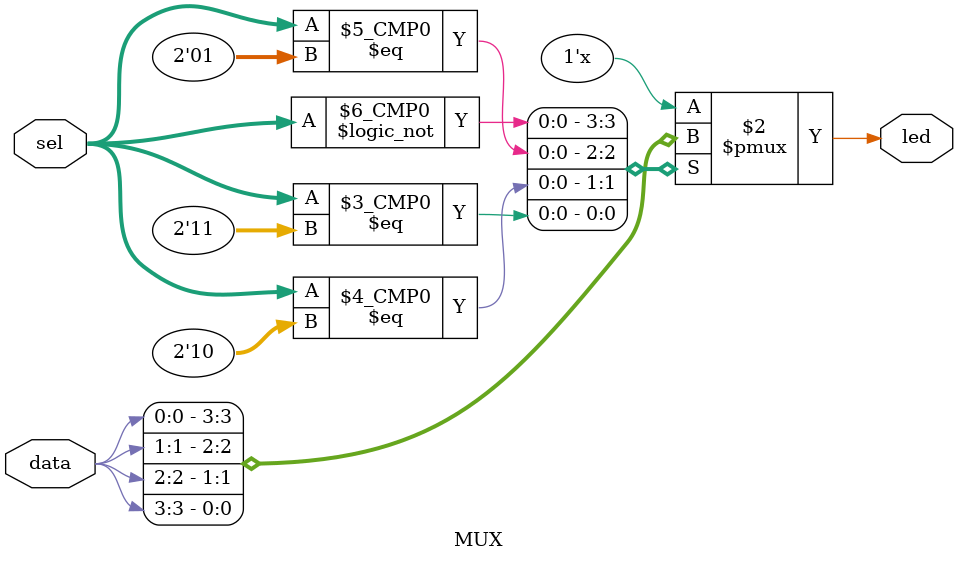
<source format=v>
`timescale 1ns / 1ps

module MUX(
    input wire [1:0] sel,
    input wire [3:0] data,
    output reg led
  );

  always @(*) begin
    led = 1'b0;
    case(sel)
      2'b00: led = data[0];
      2'b01: led = data[1];
      2'b10: led = data[2];
      2'b11: led = data[3];
      default: led = 1'b0;
    endcase
  end
endmodule


</source>
